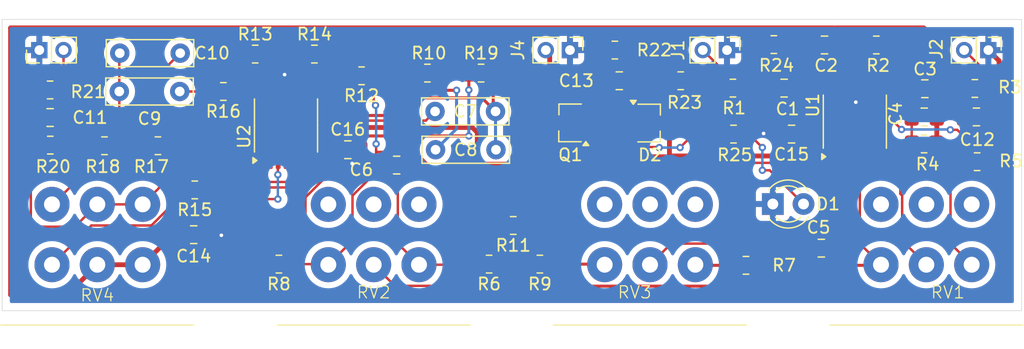
<source format=kicad_pcb>
(kicad_pcb (version 20240108) (generator "pcbnew") (generator_version "8.0")
  (layers (0 "F.Cu" signal) (31 "B.Cu" signal) (34 "B.Paste" user) (35 "F.Paste" user) (36 "B.SilkS" user "B.Silkscreen") (37 "F.SilkS" user "F.Silkscreen") (38 "B.Mask" user) (39 "F.Mask" user) (44 "Edge.Cuts" user))
  (net 0 "")
  (net 1 "Net-(C1-Pad1)")
  (net 2 "Net-(U1D-+)")
  (net 3 "GNDS")
  (net 4 "Net-(U1C-+)")
  (net 5 "Net-(C3-Pad1)")
  (net 6 "Net-(C5-Pad2)")
  (net 7 "Net-(U1A--)")
  (net 8 "Net-(C6-Pad2)")
  (net 9 "Net-(C6-Pad1)")
  (net 10 "Net-(C7-Pad1)")
  (net 11 "Net-(C7-Pad2)")
  (net 12 "Net-(U2A-+)")
  (net 13 "Net-(U2A--)")
  (net 14 "Net-(C10-Pad1)")
  (net 15 "Net-(U2B-+)")
  (net 16 "Net-(J3-Pin_2)")
  (net 17 "Net-(C11-Pad1)")
  (net 18 "Net-(J1-Pin_2)")
  (net 19 "GND")
  (net 20 "Net-(J2-Pin_2)")
  (net 21 "Net-(U1C--)")
  (net 22 "Net-(R5-Pad2)")
  (net 23 "Net-(R6-Pad1)")
  (net 24 "Net-(R7-Pad2)")
  (net 25 "Net-(R12-Pad1)")
  (net 26 "Net-(R9-Pad1)")
  (net 27 "Net-(U1D--)")
  (net 28 "Net-(U2C-+)")
  (net 29 "Net-(R11-Pad2)")
  (net 30 "Net-(U2D--)")
  (net 31 "Net-(U2C--)")
  (net 32 "Net-(R17-Pad2)")
  (net 33 "Net-(R18-Pad2)")
  (net 34 "Net-(U2B--)")
  (net 35 "Net-(U1B--)")
  (net 36 "VS")
  (net 37 "Net-(D1-A)")
  (net 38 "Net-(J4-Pin_2)")
  (net 39 "Net-(D2-A)")
  (footprint "FJD_HPF:Potentiometer_Alpha_RV120F" (layer "F.Cu") (at 143.51 101.6 -90)
    (property "Reference" "RV3")
    (property "Value" "100k Linear \"Treble\"")
  )
  (footprint "Capacitor_SMD:C_0805_2012Metric_Pad1.18x1.45mm_HandSolder" (layer "F.Cu") (at 155.2233 90.7796 180)
    (property "Reference" "C15")
    (property "Value" "dc" (hide yes))
  )
  (footprint "Resistor_SMD:R_0805_2012Metric_Pad1.20x1.40mm_HandSolder" (layer "F.Cu") (at 151.45 101.65 180)
    (property "Reference" "R7")
    (property "Value" "10k" (hide yes))
  )
  (footprint "Resistor_SMD:R_0805_2012Metric_Pad1.20x1.40mm_HandSolder" (layer "F.Cu") (at 98.3836 91.7448)
    (property "Reference" "R18")
    (property "Value" "120k" (hide yes))
  )
  (footprint "Resistor_SMD:R_0805_2012Metric_Pad1.20x1.40mm_HandSolder" (layer "F.Cu") (at 110.85 84.15)
    (property "Reference" "R13")
    (property "Value" "3.3k" (hide yes))
  )
  (footprint "Capacitor_SMD:C_0805_2012Metric_Pad1.18x1.45mm_HandSolder" (layer "F.Cu") (at 157.9439 83.3959)
    (property "Reference" "C2")
    (property "Value" "100p" (hide yes))
  )
  (footprint "Resistor_SMD:R_0805_2012Metric_Pad1.20x1.40mm_HandSolder" (layer "F.Cu") (at 125.095 85.725 180)
    (property "Reference" "R10")
    (property "Value" "3.3k" (hide yes))
  )
  (footprint "Capacitor_SMD:C_0805_2012Metric_Pad1.18x1.45mm_HandSolder" (layer "F.Cu") (at 118.5125 92.075)
    (property "Reference" "C16")
    (property "Value" "dc" (hide yes))
  )
  (footprint "Resistor_SMD:R_0805_2012Metric_Pad1.20x1.40mm_HandSolder" (layer "F.Cu") (at 166.1828 91.5924)
    (property "Reference" "R4")
    (property "Value" "10M" (hide yes))
  )
  (footprint "Resistor_SMD:R_0805_2012Metric_Pad1.20x1.40mm_HandSolder" (layer "F.Cu") (at 108.22 87.249 180)
    (property "Reference" "R16")
    (property "Value" "120k" (hide yes))
  )
  (footprint "FJD_HPF:Potentiometer_Alpha_RV120F" (layer "F.Cu") (at 120.65 101.6 -90)
    (property "Reference" "RV2")
    (property "Value" "100k Linear \"Bass\"")
  )
  (footprint "Capacitor_THT:C_Rect_L7.0mm_W2.0mm_P5.00mm" (layer "F.Cu") (at 99.648 84.074)
    (property "Reference" "C10")
    (property "Value" "82n" (hide yes))
  )
  (footprint "Capacitor_SMD:C_0805_2012Metric_Pad1.18x1.45mm_HandSolder" (layer "F.Cu") (at 166.2469 87.0204 180)
    (property "Reference" "C3")
    (property "Value" "33n" (hide yes))
  )
  (footprint "Resistor_SMD:R_0805_2012Metric_Pad1.20x1.40mm_HandSolder" (layer "F.Cu") (at 130.2 101.55 180)
    (property "Reference" "R6")
    (property "Value" "22k" (hide yes))
  )
  (footprint "Resistor_SMD:R_0805_2012Metric_Pad1.20x1.40mm_HandSolder" (layer "F.Cu") (at 150.368 86.9696)
    (property "Reference" "R1")
    (property "Value" "1k" (hide yes))
  )
  (footprint "Resistor_SMD:R_0805_2012Metric_Pad1.20x1.40mm_HandSolder" (layer "F.Cu") (at 93.901 91.694 180)
    (property "Reference" "R20")
    (property "Value" "51" (hide yes))
  )
  (footprint "Resistor_SMD:R_0805_2012Metric_Pad1.20x1.40mm_HandSolder" (layer "F.Cu") (at 105.8512 95.4024 180)
    (property "Reference" "R15")
    (property "Value" "120k" (hide yes))
  )
  (footprint "Capacitor_THT:C_Rect_L7.0mm_W2.0mm_P5.00mm" (layer "F.Cu") (at 130.73 88.9 180)
    (property "Reference" "C8")
    (property "Value" "82n" (hide yes))
  )
  (footprint "Resistor_SMD:R_0805_2012Metric_Pad1.20x1.40mm_HandSolder" (layer "F.Cu") (at 102.8032 91.7448)
    (property "Reference" "R17")
    (property "Value" "120k" (hide yes))
  )
  (footprint "Connector_PinHeader_2.00mm:PinHeader_1x02_P2.00mm_Vertical" (layer "F.Cu") (at 149.8788 83.82 -90)
    (property "Reference" "J1")
    (property "Value" "Aux Input")
  )
  (footprint "Connector_PinHeader_2.00mm:PinHeader_1x02_P2.00mm_Vertical" (layer "F.Cu") (at 92.996 83.82 90)
    (property "Reference" "J3" (hide yes))
    (property "Value" "Out")
  )
  (footprint "Resistor_SMD:R_0805_2012Metric_Pad1.20x1.40mm_HandSolder" (layer "F.Cu") (at 115.75 84.15)
    (property "Reference" "R14")
    (property "Value" "3.3k" (hide yes))
  )
  (footprint "FJD_HPF:Potentiometer_Alpha_RV120F" (layer "F.Cu") (at 166.37 101.6 -90)
    (property "Reference" "RV1")
    (property "Value" "10k Linear \"Gain\"")
  )
  (footprint "Resistor_SMD:R_0805_2012Metric_Pad1.20x1.40mm_HandSolder" (layer "F.Cu") (at 170.3832 87 180)
    (property "Reference" "R3")
    (property "Value" "1k" (hide yes))
  )
  (footprint "Resistor_SMD:R_0805_2012Metric_Pad1.20x1.40mm_HandSolder" (layer "F.Cu") (at 170.5704 93.0656 180)
    (property "Reference" "R5")
    (property "Value" "1k" (hide yes))
  )
  (footprint "Capacitor_THT:C_Rect_L7.0mm_W2.0mm_P5.00mm" (layer "F.Cu") (at 125.77 92.075)
    (property "Reference" "C7")
    (property "Value" "82n" (hide yes))
  )
  (footprint "Package_SO:TSSOP-14_4.4x5mm_P0.65mm" (layer "F.Cu") (at 113.4 90.0625 90)
    (property "Reference" "U2")
    (property "Value" "OPA1654" (hide yes))
  )
  (footprint "Resistor_SMD:R_0805_2012Metric_Pad1.20x1.40mm_HandSolder" (layer "F.Cu") (at 146.05 86.36)
    (property "Reference" "R23")
    (property "Value" "130k" (hide yes))
  )
  (footprint "Resistor_SMD:R_0805_2012Metric_Pad1.20x1.40mm_HandSolder" (layer "F.Cu") (at 153.7556 83.3628 180)
    (property "Reference" "R24")
    (property "Value" "130k" (hide yes))
  )
  (footprint "Connector_PinHeader_2.00mm:PinHeader_1x02_P2.00mm_Vertical" (layer "F.Cu") (at 171.5 83.82 -90)
    (property "Reference" "J2")
    (property "Value" "Main Input")
  )
  (footprint "Resistor_SMD:R_0805_2012Metric_Pad1.20x1.40mm_HandSolder" (layer "F.Cu") (at 119.65 85.95 180)
    (property "Reference" "R12")
    (property "Value" "3.3k" (hide yes))
  )
  (footprint "Resistor_SMD:R_0805_2012Metric_Pad1.20x1.40mm_HandSolder" (layer "F.Cu") (at 132.1976 98.3488 180)
    (property "Reference" "R11")
    (property "Value" "22k" (hide yes))
  )
  (footprint "Capacitor_SMD:C_0805_2012Metric_Pad1.18x1.45mm_HandSolder" (layer "F.Cu") (at 157.6832 100.2284 180)
    (property "Reference" "C5")
    (property "Value" "2.2n" (hide yes))
  )
  (footprint "Capacitor_THT:C_Rect_L7.0mm_W2.0mm_P5.00mm" (layer "F.Cu") (at 104.608 87.249 180)
    (property "Reference" "C9")
    (property "Value" "82n" (hide yes))
  )
  (footprint "Resistor_SMD:R_0805_2012Metric_Pad1.20x1.40mm_HandSolder" (layer "F.Cu") (at 112.8108 101.55 180)
    (property "Reference" "R8")
    (property "Value" "22k" (hide yes))
  )
  (footprint "Package_SO:TSSOP-14_4.4x5mm_P0.65mm" (layer "F.Cu") (at 160.4564 89.7459 90)
    (property "Reference" "U1")
    (property "Value" "OPA1654" (hide yes))
  )
  (footprint "Capacitor_SMD:C_0805_2012Metric_Pad1.18x1.45mm_HandSolder" (layer "F.Cu") (at 140.97 86.36 180)
    (property "Reference" "C13")
    (property "Value" "dc" (hide yes))
  )
  (footprint "Resistor_SMD:R_0805_2012Metric_Pad1.20x1.40mm_HandSolder" (layer "F.Cu") (at 93.885 87.122)
    (property "Reference" "R21")
    (property "Value" "100k" (hide yes))
  )
  (footprint "Package_TO_SOT_SMD:TSOT-23_HandSoldering" (layer "F.Cu") (at 136.9232 89.85 180)
    (property "Reference" "Q1")
    (property "Value" "DMP4065S-7" (hide yes))
  )
  (footprint "Connector_PinHeader_2.00mm:PinHeader_1x02_P2.00mm_Vertical" (layer "F.Cu") (at 136.89 83.82 -90)
    (property "Reference" "J4")
    (property "Value" "Power Input")
  )
  (footprint "LED_THT:LED_D3.0mm" (layer "F.Cu") (at 153.67 96.5708)
    (property "Reference" "D1")
    (property "Value" "LED" (hide yes))
  )
  (footprint "Capacitor_SMD:C_0805_2012Metric_Pad1.18x1.45mm_HandSolder" (layer "F.Cu") (at 93.885 89.408)
    (property "Reference" "C11")
    (property "Value" "10u" (hide yes))
  )
  (footprint "Capacitor_SMD:C_0805_2012Metric_Pad1.18x1.45mm_HandSolder" (layer "F.Cu") (at 105.7656 99.1108)
    (property "Reference" "C14")
    (property "Value" "dc" (hide yes))
  )
  (footprint "Resistor_SMD:R_0805_2012Metric_Pad1.20x1.40mm_HandSolder" (layer "F.Cu") (at 162.2314 83.3959)
    (property "Reference" "R2")
    (property "Value" "10M" (hide yes))
  )
  (footprint "Capacitor_SMD:C_0805_2012Metric_Pad1.18x1.45mm_HandSolder" (layer "F.Cu") (at 170.5141 89.3572)
    (property "Reference" "C12")
    (property "Value" "dc" (hide yes))
  )
  (footprint "Capacitor_SMD:C_0805_2012Metric_Pad1.18x1.45mm_HandSolder" (layer "F.Cu") (at 154.6059 86.9696)
    (property "Reference" "C1")
    (property "Value" "33n" (hide yes))
  )
  (footprint "Resistor_SMD:R_0805_2012Metric_Pad1.20x1.40mm_HandSolder" (layer "F.Cu") (at 140.605 83.82 180)
    (property "Reference" "R22")
    (property "Value" "130k" (hide yes))
  )
  (footprint "Capacitor_SMD:C_0805_2012Metric_Pad1.18x1.45mm_HandSolder" (layer "F.Cu") (at 122.555 93.345 180)
    (property "Reference" "C6")
    (property "Value" "47n" (hide yes))
  )
  (footprint "FJD_HPF:Potentiometer_Alpha_RV122F" (layer "F.Cu") (at 97.79 101.6 -90)
    (property "Reference" "RV4")
    (property "Value" "100k Audio \"HPF\"")
  )
  (footprint "Resistor_SMD:R_0805_2012Metric_Pad1.20x1.40mm_HandSolder" (layer "F.Cu") (at 134.4 101.55 180)
    (property "Reference" "R9")
    (property "Value" "10k" (hide yes))
  )
  (footprint "Capacitor_SMD:C_0805_2012Metric_Pad1.18x1.45mm_HandSolder" (layer "F.Cu") (at 166.1961 89.3572)
    (property "Reference" "C4")
    (property "Value" "100p" (hide yes))
  )
  (footprint "Resistor_SMD:R_0805_2012Metric_Pad1.20x1.40mm_HandSolder" (layer "F.Cu") (at 150.4188 90.7796)
    (property "Reference" "R25")
    (property "Value" "10k" (hide yes))
  )
  (footprint "Resistor_SMD:R_0805_2012Metric_Pad1.20x1.40mm_HandSolder" (layer "F.Cu") (at 129.54 85.725 180)
    (property "Reference" "R19")
    (property "Value" "130k" (hide yes))
  )
  (footprint "Package_TO_SOT_SMD:TSOT-23_HandSoldering" (layer "F.Cu") (at 143.4084 89.8652)
    (property "Reference" "D2")
    (property "Value" "BX84C4V3-G3-08 4.3 V" (hide yes))
  )
  (gr_rect (start 89.916 81.28) (end 174.244 105.41) (stroke (width 0.05)) (fill none) (layer "Edge.Cuts"))
  (segment (start 151.368 86.9696) (end 153.5684 86.9696) (width 0.2) (layer "F.Cu") (net 1))
  (segment (start 159.8064 86.8834) (end 159.8064 84.8209) (width 0.25) (layer "F.Cu") (net 2))
  (segment (start 155.6434 86.9696) (end 155.6434 84.6589) (width 0.2) (layer "F.Cu") (net 2))
  (segment (start 158.3314 84.8209) (end 159.8064 84.8209) (width 0.25) (layer "F.Cu") (net 2))
  (segment (start 159.8064 84.8209) (end 161.2314 83.3959) (width 0.25) (layer "F.Cu") (net 2))
  (segment (start 156.9064 83.3959) (end 158.3314 84.8209) (width 0.25) (layer "F.Cu") (net 2))
  (segment (start 155.6434 84.6589) (end 156.9064 83.3959) (width 0.2) (layer "F.Cu") (net 2))
  (segment (start 167.2336 89.3572) (end 167.2336 91.5416) (width 0.4) (layer "F.Cu") (net 3))
  (segment (start 166.1969 82.0213) (end 166.1556 81.98) (width 0.4) (layer "F.Cu") (net 3))
  (segment (start 95.3008 104.0892) (end 97.79 101.6) (width 0.4) (layer "F.Cu") (net 3))
  (segment (start 111.265256 85.15) (end 110.75 84.634744) (width 0.2) (layer "F.Cu") (net 3))
  (segment (start 166.1969 88.3205) (end 166.1969 82.0213) (width 0.4) (layer "F.Cu") (net 3))
  (segment (start 158.9814 82.0194) (end 158.9814 83.3959) (width 0.4) (layer "F.Cu") (net 3))
  (segment (start 145.8976 85.2076) (end 147.05 86.36) (width 0.4) (layer "F.Cu") (net 3))
  (segment (start 142.9004 85.4671) (end 142.0075 86.36) (width 0.4) (layer "F.Cu") (net 3))
  (segment (start 154.7556 82.2132) (end 154.7556 83.3628) (width 0.4) (layer "F.Cu") (net 3))
  (segment (start 158.9532 81.9912) (end 158.9814 82.0194) (width 0.4) (layer "F.Cu") (net 3))
  (segment (start 164.278041 92.6084) (end 166.1668 92.6084) (width 0.2) (layer "F.Cu") (net 3))
  (segment (start 163.2204 81.98) (end 158.9644 81.98) (width 0.4) (layer "F.Cu") (net 3))
  (segment (start 163.2314 81.991) (end 163.2314 83.3959) (width 0.4) (layer "F.Cu") (net 3))
  (segment (start 167.2336 89.3572) (end 169.4766 89.3572) (width 0.4) (layer "F.Cu") (net 3))
  (segment (start 159.8064 93.264356) (end 160.187944 93.6459) (width 0.2) (layer "F.Cu") (net 3))
  (segment (start 145.8976 81.98) (end 142.9004 81.98) (width 0.4) (layer "F.Cu") (net 3))
  (segment (start 142.9004 81.9912) (end 142.9004 85.4671) (width 0.4) (layer "F.Cu") (net 3))
  (segment (start 110.6424 81.98) (end 90.6272 81.98) (width 0.4) (layer "F.Cu") (net 3))
  (segment (start 110.75 82.0876) (end 110.6424 81.98) (width 0.2) (layer "F.Cu") (net 3))
  (segment (start 158.6484 81.9912) (end 158.6372 81.98) (width 0.4) (layer "F.Cu") (net 3))
  (segment (start 110.75 84.634744) (end 110.75 82.0876) (width 0.2) (layer "F.Cu") (net 3))
  (segment (start 161.1064 92.6084) (end 161.1064 91.870901) (width 0.2) (layer "F.Cu") (net 3))
  (segment (start 90.616 104.0892) (end 95.3008 104.0892) (width 0.4) (layer "F.Cu") (net 3))
  (segment (start 97.79 101.6) (end 101.54 101.6) (width 0.4) (layer "F.Cu") (net 3))
  (segment (start 158.9644 81.98) (end 158.9532 81.9912) (width 0.4) (layer "F.Cu") (net 3))
  (segment (start 112.75 87.2) (end 112.75 86.2324) (width 0.2) (layer "F.Cu") (net 3))
  (segment (start 163.2204 81.98) (end 163.2314 81.991) (width 0.4) (layer "F.Cu") (net 3))
  (segment (start 161.806401 91.1709) (end 162.840541 91.1709) (width 0.2) (layer "F.Cu") (net 3))
  (segment (start 158.9532 81.9912) (end 158.6484 81.9912) (width 0.4) (layer "F.Cu") (net 3))
  (segment (start 101.54 101.6) (end 104.0292 99.1108) (width 0.4) (layer "F.Cu") (net 3))
  (segment (start 167.2336 91.5416) (end 167.1828 91.5924) (width 0.4) (layer "F.Cu") (net 3))
  (segment (start 160.806399 93.6459) (end 161.1064 93.345899) (width 0.2) (layer "F.Cu") (net 3))
  (segment (start 158.6372 81.98) (end 154.7368 81.98) (width 0.4) (layer "F.Cu") (net 3))
  (segment (start 142.9004 81.98) (end 142.9004 81.9912) (width 0.4) (layer "F.Cu") (net 3))
  (segment (start 90.6272 81.98) (end 90.616 81.9912) (width 0.4) (layer "F.Cu") (net 3))
  (segment (start 111.6676 85.15) (end 111.265256 85.15) (width 0.2) (layer "F.Cu") (net 3))
  (segment (start 166.1668 92.6084) (end 167.1828 91.5924) (width 0.2) (layer "F.Cu") (net 3))
  (segment (start 162.840541 91.1709) (end 164.278041 92.6084) (width 0.2) (layer "F.Cu") (net 3))
  (segment (start 145.8976 81.98) (end 145.8976 85.2076) (width 0.4) (layer "F.Cu") (net 3))
  (segment (start 161.1064 93.345899) (end 161.1064 92.6084) (width 0.2) (layer "F.Cu") (net 3))
  (segment (start 154.7368 81.98) (end 154.7368 82.1944) (width 0.4) (layer "F.Cu") (net 3))
  (segment (start 104.7281 99.1108) (end 104.7281 95.5255) (width 0.4) (layer "F.Cu") (net 3))
  (segment (start 154.7368 82.1944) (end 154.7556 82.2132) (width 0.4) (layer "F.Cu") (net 3))
  (segment (start 142.8892 81.98) (end 110.6424 81.98) (width 0.4) (layer "F.Cu") (net 3))
  (segment (start 104.7281 95.5255) (end 104.8512 95.4024) (width 0.4) (layer "F.Cu") (net 3))
  (segment (start 142.9004 81.9912) (end 142.8892 81.98) (width 0.4) (layer "F.Cu") (net 3))
  (segment (start 104.0292 99.1108) (end 104.7281 99.1108) (width 0.4) (layer "F.Cu") (net 3))
  (segment (start 159.8064 92.6084) (end 159.8064 93.264356) (width 0.2) (layer "F.Cu") (net 3))
  (segment (start 90.616 81.9912) (end 90.616 104.0892) (width 0.4) (layer "F.Cu") (net 3))
  (segment (start 167.2336 89.3572) (end 166.1969 88.3205) (width 0.4) (layer "F.Cu") (net 3))
  (segment (start 154.7368 81.98) (end 145.8976 81.98) (width 0.4) (layer "F.Cu") (net 3))
  (segment (start 166.1556 81.98) (end 163.2204 81.98) (width 0.4) (layer "F.Cu") (net 3))
  (segment (start 161.1064 91.870901) (end 161.806401 91.1709) (width 0.2) (layer "F.Cu") (net 3))
  (segment (start 112.75 86.2324) (end 111.6676 85.15) (width 0.2) (layer "F.Cu") (net 3))
  (segment (start 160.187944 93.6459) (end 160.806399 93.6459) (width 0.2) (layer "F.Cu") (net 3))
  (segment (start 161.1064 86.8834) (end 161.1064 86.145901) (width 0.2) (layer "F.Cu") (net 4))
  (segment (start 165.2094 87.0204) (end 165.2094 89.3064) (width 0.2) (layer "F.Cu") (net 4))
  (segment (start 161.1064 86.145901) (end 161.406401 85.8459) (width 0.2) (layer "F.Cu") (net 4))
  (segment (start 165.1586 91.5682) (end 165.1828 91.5924) (width 0.2) (layer "F.Cu") (net 4))
  (segment (start 161.406401 85.8459) (end 164.0349 85.8459) (width 0.2) (layer "F.Cu") (net 4))
  (segment (start 164.0349 85.8459) (end 165.2094 87.0204) (width 0.2) (layer "F.Cu") (net 4))
  (segment (start 165.2094 89.3064) (end 165.1586 89.3572) (width 0.2) (layer "F.Cu") (net 4))
  (segment (start 165.1586 89.3572) (end 165.1586 91.5682) (width 0.2) (layer "F.Cu") (net 4))
  (segment (start 169.3628 87.0204) (end 169.3832 87) (width 0.2) (layer "F.Cu") (net 5))
  (segment (start 167.2844 87.0204) (end 169.3628 87.0204) (width 0.2) (layer "F.Cu") (net 5))
  (segment (start 156.2673 99.85) (end 156.6457 100.2284) (width 0.2) (layer "F.Cu") (net 6))
  (segment (start 143.51 101.6) (end 145.26 99.85) (width 0.2) (layer "F.Cu") (net 6))
  (segment (start 145.26 99.85) (end 156.2673 99.85) (width 0.2) (layer "F.Cu") (net 6))
  (segment (start 158.7207 99.2925) (end 158.7207 100.2284) (width 0.2) (layer "F.Cu") (net 7))
  (segment (start 158.75 99.0092) (end 158.75 99.2632) (width 0.2) (layer "F.Cu") (net 7))
  (segment (start 133.1976 98.3488) (end 133.858 99.0092) (width 0.2) (layer "F.Cu") (net 7))
  (segment (start 158.75 99.0092) (end 159.1564 98.6028) (width 0.2) (layer "F.Cu") (net 7))
  (segment (start 158.75 99.2632) (end 158.7207 99.2925) (width 0.2) (layer "F.Cu") (net 7))
  (segment (start 133.858 99.0092) (end 158.75 99.0092) (width 0.2) (layer "F.Cu") (net 7))
  (segment (start 159.1564 98.6028) (end 159.1564 92.6084) (width 0.2) (layer "F.Cu") (net 7))
  (segment (start 113.8108 101.55) (end 116.85 101.55) (width 0.2) (layer "F.Cu") (net 8))
  (segment (start 118.9 95.875126) (end 121.430126 93.345) (width 0.2) (layer "F.Cu") (net 8))
  (segment (start 118.9 99.6) (end 118.9 95.875126) (width 0.2) (layer "F.Cu") (net 8))
  (segment (start 121.430126 93.345) (end 121.5175 93.345) (width 0.2) (layer "F.Cu") (net 8))
  (segment (start 116.9 101.6) (end 118.9 99.6) (width 0.2) (layer "F.Cu") (net 8))
  (segment (start 116.85 101.55) (end 116.9 101.6) (width 0.2) (layer "F.Cu") (net 8))
  (segment (start 122.65 99.85) (end 122.65 94.2875) (width 0.2) (layer "F.Cu") (net 9))
  (segment (start 122.65 94.2875) (end 123.5925 93.345) (width 0.2) (layer "F.Cu") (net 9))
  (segment (start 124.4 101.6) (end 122.65 99.85) (width 0.2) (layer "F.Cu") (net 9))
  (segment (start 129.15 101.6) (end 129.2 101.55) (width 0.2) (layer "F.Cu") (net 9))
  (segment (start 124.4 101.6) (end 129.15 101.6) (width 0.2) (layer "F.Cu") (net 9))
  (segment (start 116.75 84.15) (end 116.75 85.8) (width 0.25) (layer "F.Cu") (net 10))
  (segment (start 116.75 84.15) (end 116.895 84.005) (width 0.25) (layer "F.Cu") (net 10))
  (segment (start 123.9951 84.005) (end 125.02 85.0299) (width 0.25) (layer "F.Cu") (net 10))
  (segment (start 125.02 85.0299) (end 125.02 86.2701) (width 0.25) (layer "F.Cu") (net 10))
  (segment (start 125.02 86.2701) (end 125.8999 87.15) (width 0.25) (layer "F.Cu") (net 10))
  (segment (start 116.75 85.8) (end 115.35 87.2) (width 0.25) (layer "F.Cu") (net 10))
  (segment (start 125.8999 87.15) (end 127.508 87.15) (width 0.25) (layer "F.Cu") (net 10))
  (segment (start 116.895 84.005) (end 123.9951 84.005) (width 0.25) (layer "F.Cu") (net 10))
  (via (at 127.508 87.15) (size 0.6) (drill 0.3) (layers "F.Cu" "B.Cu") (net 10))
  (segment (start 127.508 90.337) (end 125.77 92.075) (width 0.25) (layer "B.Cu") (net 10))
  (segment (start 127.508 87.15) (end 127.508 90.337) (width 0.25) (layer "B.Cu") (net 10))
  (segment (start 130.54 85.725) (end 130.54 88.71) (width 0.25) (layer "F.Cu") (net 11))
  (segment (start 130.54 88.71) (end 130.73 88.9) (width 0.25) (layer "F.Cu") (net 11))
  (segment (start 129.605 87.775) (end 124.7028 87.775) (width 0.25) (layer "F.Cu") (net 11))
  (segment (start 124.7028 87.775) (end 123.2408 89.237) (width 0.25) (layer "F.Cu") (net 11))
  (segment (start 111.208 89.237) (end 109.22 87.249) (width 0.25) (layer "F.Cu") (net 11))
  (segment (start 130.73 88.9) (end 129.605 87.775) (width 0.25) (layer "F.Cu") (net 11))
  (segment (start 123.2408 89.237) (end 111.208 89.237) (width 0.25) (layer "F.Cu") (net 11))
  (segment (start 130.73 88.9) (end 130.73 92.035) (width 0.25) (layer "B.Cu") (net 11))
  (segment (start 130.73 92.035) (end 130.77 92.075) (width 0.25) (layer "B.Cu") (net 11))
  (segment (start 106.8512 95.4024) (end 107.6132 96.1644) (width 0.2) (layer "F.Cu") (net 12))
  (segment (start 112.7252 94.142) (end 112.7252 92.9498) (width 0.2) (layer "F.Cu") (net 12))
  (segment (start 112.75 92.925) (end 112.75 92.187501) (width 0.2) (layer "F.Cu") (net 12))
  (segment (start 115.275501 89.662) (end 124.968 89.662) (width 0.2) (layer "F.Cu") (net 12))
  (segment (start 112.75 92.187501) (end 115.275501 89.662) (width 0.2) (layer "F.Cu") (net 12))
  (segment (start 124.968 89.662) (end 125.73 88.9) (width 0.2) (layer "F.Cu") (net 12))
  (segment (start 107.6132 96.1644) (end 112.7252 96.1644) (width 0.2) (layer "F.Cu") (net 12))
  (segment (start 112.7252 92.9498) (end 112.75 92.925) (width 0.2) (layer "F.Cu") (net 12))
  (via (at 112.7252 96.1644) (size 0.6) (drill 0.3) (layers "F.Cu" "B.Cu") (net 12))
  (via (at 112.7252 94.142) (size 0.6) (drill 0.3) (layers "F.Cu" "B.Cu") (net 12))
  (segment (start 112.7252 96.1644) (end 112.7252 94.142) (width 0.2) (layer "B.Cu") (net 12))
  (segment (start 104.608 87.249) (end 107.22 87.249) (width 0.2) (layer "F.Cu") (net 13))
  (segment (start 107.22 87.249) (end 107.22 89.059) (width 0.2) (layer "F.Cu") (net 13))
  (segment (start 107.22 89.059) (end 111.086 92.925) (width 0.2) (layer "F.Cu") (net 13))
  (segment (start 111.45 92.925) (end 111.633 92.925) (width 0.25) (layer "F.Cu") (net 13))
  (segment (start 111.086 92.925) (end 111.633 92.925) (width 0.2) (layer "F.Cu") (net 13))
  (segment (start 111.633 92.925) (end 112.1 92.925) (width 0.25) (layer "F.Cu") (net 13))
  (segment (start 99.608 87.249) (end 99.608 84.114) (width 0.2) (layer "F.Cu") (net 14))
  (segment (start 99.608 89.5204) (end 97.3836 91.7448) (width 0.2) (layer "F.Cu") (net 14))
  (segment (start 99.608 84.114) (end 99.648 84.074) (width 0.2) (layer "F.Cu") (net 14))
  (segment (start 99.608 87.249) (end 99.608 89.5204) (width 0.2) (layer "F.Cu") (net 14))
  (segment (start 113.5888 94.742) (end 113.9952 94.3356) (width 0.2) (layer "F.Cu") (net 15))
  (segment (start 111.8616 94.742) (end 113.5888 94.742) (width 0.2) (layer "F.Cu") (net 15))
  (segment (start 106.5276 89.408) (end 111.8616 94.742) (width 0.2) (layer "F.Cu") (net 15))
  (segment (start 104.648 84.074) (end 101.8032 86.9188) (width 0.2) (layer "F.Cu") (net 15))
  (segment (start 113.9952 94.0816) (end 114.05 94.0268) (width 0.2) (layer "F.Cu") (net 15))
  (segment (start 101.8032 86.9188) (end 101.8032 91.7448) (width 0.2) (layer "F.Cu") (net 15))
  (segment (start 101.8032 90.1192) (end 102.5144 89.408) (width 0.2) (layer "F.Cu") (net 15))
  (segment (start 102.5144 89.408) (end 106.5276 89.408) (width 0.2) (layer "F.Cu") (net 15))
  (segment (start 101.8032 91.7448) (end 101.8032 90.1192) (width 0.2) (layer "F.Cu") (net 15))
  (segment (start 113.9952 94.3356) (end 113.9952 94.0816) (width 0.2) (layer "F.Cu") (net 15))
  (segment (start 114.05 94.0268) (end 114.05 92.925) (width 0.2) (layer "F.Cu") (net 15))
  (segment (start 94.996 87.011) (end 94.885 87.122) (width 0.2) (layer "F.Cu") (net 16))
  (segment (start 94.996 83.82) (end 94.996 87.011) (width 0.2) (layer "F.Cu") (net 16))
  (segment (start 94.9225 87.1595) (end 94.885 87.122) (width 0.2) (layer "F.Cu") (net 16))
  (segment (start 94.9225 89.408) (end 94.9225 87.1595) (width 0.2) (layer "F.Cu") (net 16))
  (segment (start 92.901 89.4615) (end 92.8475 89.408) (width 0.2) (layer "F.Cu") (net 17))
  (segment (start 92.901 91.694) (end 92.901 89.4615) (width 0.2) (layer "F.Cu") (net 17))
  (segment (start 149.3172 85.2584) (end 149.3172 86.3092) (width 0.2) (layer "F.Cu") (net 18))
  (segment (start 147.8788 83.82) (end 149.3172 85.2584) (width 0.2) (layer "F.Cu") (net 18))
  (segment (start 154.1858 90.7796) (end 152.9588 90.7796) (width 0.2) (layer "F.Cu") (net 19))
  (segment (start 113.4 87.2) (end 113.4 85.968) (width 0.2) (layer "F.Cu") (net 19))
  (segment (start 152.2984 83.82) (end 152.7556 83.3628) (width 0.2) (layer "F.Cu") (net 19))
  (segment (start 172.3832 88.5256) (end 172.3832 84.7032) (width 0.4) (layer "F.Cu") (net 19))
  (segment (start 136.89 83.82) (end 139.605 83.82) (width 0.4) (layer "F.Cu") (net 19))
  (segment (start 119.55 92.54) (end 118.872 93.218) (width 0.2) (layer "F.Cu") (net 19))
  (segment (start 172.3832 84.7032) (end 171.5 83.82) (width 0.4) (layer "F.Cu") (net 19))
  (segment (start 108.0008 99.1108) (end 108.0516 99.1616) (width 0.4) (layer "F.Cu") (net 19))
  (segment (start 119.55 92.075) (end 119.55 92.54) (width 0.2) (layer "F.Cu") (net 19))
  (segment (start 160.4564 86.8834) (end 160.4564 88.0529) (width 0.2) (layer "F.Cu") (net 19))
  (segment (start 92.996 87.011) (end 92.885 87.122) (width 0.2) (layer "F.Cu") (net 19))
  (segment (start 149.8788 83.82) (end 152.2984 83.82) (width 0.2) (layer "F.Cu") (net 19))
  (segment (start 106.8031 99.1108) (end 108.0008 99.1108) (width 0.4) (layer "F.Cu") (net 19))
  (segment (start 171.5516 89.3572) (end 172.3832 88.5256) (width 0.4) (layer "F.Cu") (net 19))
  (segment (start 160.4564 88.0529) (end 160.5374 88.1339) (width 0.2) (layer "F.Cu") (net 19))
  (segment (start 139.9325 84.1475) (end 139.605 83.82) (width 0.4) (layer "F.Cu") (net 19))
  (segment (start 113.4 85.968) (end 113.284 85.852) (width 0.2) (layer "F.Cu") (net 19))
  (segment (start 139.9325 86.36) (end 139.9325 84.1475) (width 0.4) (layer "F.Cu") (net 19))
  (segment (start 152.9588 90.7796) (end 152.908 90.7288) (width 0.2) (layer "F.Cu") (net 19))
  (segment (start 92.996 83.82) (end 92.996 87.011) (width 0.2) (layer "F.Cu") (net 19))
  (via (at 118.872 93.218) (size 0.6) (drill 0.3) (layers "F.Cu" "B.Cu") (net 19))
  (via (at 108.0516 99.1616) (size 0.6) (drill 0.3) (layers "F.Cu" "B.Cu") (net 19))
  (via (at 160.5374 88.1339) (size 0.6) (drill 0.3) (layers "F.Cu" "B.Cu") (net 19))
  (via (at 113.284 85.852) (size 0.6) (drill 0.3) (layers "F.Cu" "B.Cu") (net 19))
  (via (at 152.908 90.7288) (size 0.6) (drill 0.3) (layers "F.Cu" "B.Cu") (net 19))
  (segment (start 171.3832 87) (end 171.3832 85.7032) (width 0.2) (layer "F.Cu") (net 20))
  (segment (start 171.3832 85.7032) (end 169.5 83.82) (width 0.2) (layer "F.Cu") (net 20))
  (segment (start 168.9288 90.424) (end 171.5704 93.0656) (width 0.2) (layer "F.Cu") (net 21))
  (segment (start 162.4064 86.8834) (end 161.7564 86.8834) (width 0.2) (layer "F.Cu") (net 21))
  (segment (start 168.3512 90.424) (end 168.9288 90.424) (width 0.2) (layer "F.Cu") (net 21))
  (segment (start 162.4064 86.8834) (end 162.4064 88.482616) (width 0.2) (layer "F.Cu") (net 21))
  (segment (start 162.4064 88.482616) (end 164.318078 90.394294) (width 0.2) (layer "F.Cu") (net 21))
  (via (at 168.3512 90.424) (size 0.6) (drill 0.3) (layers "F.Cu" "B.Cu") (net 21))
  (via (at 164.318078 90.394294) (size 0.6) (drill 0.3) (layers "F.Cu" "B.Cu") (net 21))
  (segment (start 168.321494 90.394294) (end 168.3512 90.424) (width 0.2) (layer "B.Cu") (net 21))
  (segment (start 164.318078 90.394294) (end 168.321494 90.394294) (width 0.2) (layer "B.Cu") (net 21))
  (segment (start 168.37 94.266) (end 168.37 99.85) (width 0.2) (layer "F.Cu") (net 22))
  (segment (start 168.37 99.85) (end 170.12 101.6) (width 0.2) (layer "F.Cu") (net 22))
  (segment (start 169.5704 93.0656) (end 168.37 94.266) (width 0.2) (layer "F.Cu") (net 22))
  (segment (start 150.725 103.375) (end 152.45 101.65) (width 0.25) (layer "F.Cu") (net 23))
  (segment (start 152.45 101.65) (end 162.57 101.65) (width 0.25) (layer "F.Cu") (net 23))
  (segment (start 131.2 101.55) (end 133.025 103.375) (width 0.25) (layer "F.Cu") (net 23))
  (segment (start 162.4064 93.345899) (end 160.87 94.882299) (width 0.2) (layer "F.Cu") (net 23))
  (segment (start 160.87 99.85) (end 162.62 101.6) (width 0.2) (layer "F.Cu") (net 23))
  (segment (start 162.57 101.65) (end 162.62 101.6) (width 0.25) (layer "F.Cu") (net 23))
  (segment (start 160.87 94.882299) (end 160.87 99.85) (width 0.2) (layer "F.Cu") (net 23))
  (segment (start 133.025 103.375) (end 150.725 103.375) (width 0.25) (layer "F.Cu") (net 23))
  (segment (start 162.4064 92.6084) (end 162.4064 93.345899) (width 0.2) (layer "F.Cu") (net 23))
  (segment (start 146.04 101.65) (end 145.99 101.6) (width 0.25) (layer "F.Cu") (net 24))
  (segment (start 150.45 101.65) (end 146.04 101.65) (width 0.25) (layer "F.Cu") (net 24))
  (segment (start 120.8532 92.412056) (end 120.8532 92.3544) (width 0.2) (layer "F.Cu") (net 25))
  (segment (start 120.8024 88.392) (end 120.65 88.2396) (width 0.2) (layer "F.Cu") (net 25))
  (segment (start 133.4 101.55) (end 132.15 100.3) (width 0.2) (layer "F.Cu") (net 25))
  (segment (start 158.5064 92.6084) (end 157.9556 93.1592) (width 0.2) (layer "F.Cu") (net 25))
  (segment (start 115.0108 96.014326) (end 116.925206 94.09992) (width 0.2) (layer "F.Cu") (net 25))
  (segment (start 135.154344 93.1592) (end 132.149144 96.1644) (width 0.2) (layer "F.Cu") (net 25))
  (segment (start 116.925206 94.09992) (end 119.165336 94.09992) (width 0.2) (layer "F.Cu") (net 25))
  (segment (start 120.9548 92.2528) (end 120.8532 92.3544) (width 0.2) (layer "F.Cu") (net 25))
  (segment (start 132.15 100.3) (end 132.15 96.165256) (width 0.2) (layer "F.Cu") (net 25))
  (segment (start 120.8532 92.3544) (end 120.8532 91.5924) (width 0.2) (layer "F.Cu") (net 25))
  (segment (start 120.65 88.2396) (end 120.65 85.95) (width 0.2) (layer "F.Cu") (net 25))
  (segment (start 124.097544 92.2528) (end 120.9548 92.2528) (width 0.2) (layer "F.Cu") (net 25))
  (segment (start 127.694744 95.85) (end 124.097544 92.2528) (width 0.2) (layer "F.Cu") (net 25))
  (segment (start 111.8108 101.55) (end 115.0108 98.35) (width 0.2) (layer "F.Cu") (net 25))
  (segment (start 131.834744 95.85) (end 127.694744 95.85) (width 0.2) (layer "F.Cu") (net 25))
  (segment (start 115.0108 98.35) (end 115.0108 96.014326) (width 0.2) (layer "F.Cu") (net 25))
  (segment (start 132.15 96.165256) (end 132.149144 96.1644) (width 0.2) (layer "F.Cu") (net 25))
  (segment (start 132.149144 96.1644) (end 131.834744 95.85) (width 0.2) (layer "F.Cu") (net 25))
  (segment (start 157.9556 93.1592) (end 135.154344 93.1592) (width 0.2) (layer "F.Cu") (net 25))
  (segment (start 119.165336 94.09992) (end 120.8532 92.412056) (width 0.2) (layer "F.Cu") (net 25))
  (via (at 120.8024 88.392) (size 0.6) (drill 0.3) (layers "F.Cu" "B.Cu") (net 25))
  (via (at 120.8532 91.5924) (size 0.6) (drill 0.3) (layers "F.Cu" "B.Cu") (net 25))
  (segment (start 120.8532 91.5924) (end 120.8532 88.4428) (width 0.2) (layer "B.Cu") (net 25))
  (segment (start 120.8532 88.4428) (end 120.8024 88.392) (width 0.2) (layer "B.Cu") (net 25))
  (segment (start 135.4 101.55) (end 138.44 101.55) (width 0.25) (layer "F.Cu") (net 26))
  (segment (start 138.44 101.55) (end 138.49 101.6) (width 0.25) (layer "F.Cu") (net 26))
  (segment (start 127.095 84.725) (end 131.1562 84.725) (width 0.2) (layer "F.Cu") (net 27))
  (segment (start 159.1564 86.8834) (end 158.5064 86.8834) (width 0.2) (layer "F.Cu") (net 27))
  (segment (start 149.507971 88.382429) (end 157.007371 88.382429) (width 0.2) (layer "F.Cu") (net 27))
  (segment (start 144.2212 91.8464) (end 144.272 91.8972) (width 0.2) (layer "F.Cu") (net 27))
  (segment (start 126.095 85.725) (end 127.095 84.725) (width 0.2) (layer "F.Cu") (net 27))
  (segment (start 157.007371 88.382429) (end 158.5064 86.8834) (width 0.2) (layer "F.Cu") (net 27))
  (segment (start 131.1562 84.725) (end 133.35 86.9188) (width 0.2) (layer "F.Cu") (net 27))
  (segment (start 145.9992 91.8912) (end 149.507971 88.382429) (width 0.2) (layer "F.Cu") (net 27))
  (segment (start 133.35 86.9188) (end 133.35 91.8464) (width 0.2) (layer "F.Cu") (net 27))
  (segment (start 133.35 91.8464) (end 144.2212 91.8464) (width 0.2) (layer "F.Cu") (net 27))
  (via (at 145.9992 91.8912) (size 0.6) (drill 0.3) (layers "F.Cu" "B.Cu") (net 27))
  (via (at 144.272 91.8972) (size 0.6) (drill 0.3) (layers "F.Cu" "B.Cu") (net 27))
  (segment (start 144.272 91.8972) (end 145.9932 91.8972) (width 0.2) (layer "B.Cu") (net 27))
  (segment (start 145.9932 91.8972) (end 145.9992 91.8912) (width 0.2) (layer "B.Cu") (net 27))
  (segment (start 116.3375 88.2625) (end 118.65 85.95) (width 0.25) (layer "F.Cu") (net 28))
  (segment (start 123.19 84.455) (end 120.145 84.455) (width 0.25) (layer "F.Cu") (net 28))
  (segment (start 124.095 85.725) (end 124.095 85.36) (width 0.25) (layer "F.Cu") (net 28))
  (segment (start 114.05 87.891312) (end 114.421188 88.2625) (width 0.25) (layer "F.Cu") (net 28))
  (segment (start 114.421188 88.2625) (end 116.3375 88.2625) (width 0.25) (layer "F.Cu") (net 28))
  (segment (start 120.145 84.455) (end 118.65 85.95) (width 0.25) (layer "F.Cu") (net 28))
  (segment (start 114.05 87.2) (end 114.05 87.891312) (width 0.25) (layer "F.Cu") (net 28))
  (segment (start 124.095 85.36) (end 123.19 84.455) (width 0.25) (layer "F.Cu") (net 28))
  (segment (start 122.4 103.35) (end 128.984744 103.35) (width 0.2) (layer "F.Cu") (net 29))
  (segment (start 131.1976 98.3488) (end 130.8112 98.3488) (width 0.2) (layer "F.Cu") (net 29))
  (segment (start 128.984744 103.35) (end 130.1 102.234744) (width 0.2) (layer "F.Cu") (net 29))
  (segment (start 120.65 101.6) (end 122.4 103.35) (width 0.2) (layer "F.Cu") (net 29))
  (segment (start 130.8112 98.3488) (end 130.1 99.06) (width 0.2) (layer "F.Cu") (net 29))
  (segment (start 130.1 102.234744) (end 130.1 99.06) (width 0.2) (layer "F.Cu") (net 29))
  (segment (start 111.45 87.2) (end 112.1 87.2) (width 0.25) (layer "F.Cu") (net 30))
  (segment (start 109.85 85.6) (end 111.45 87.2) (width 0.25) (layer "F.Cu") (net 30))
  (segment (start 109.85 84.15) (end 109.85 85.6) (width 0.25) (layer "F.Cu") (net 30))
  (segment (start 114.75 84.15) (end 114.75 87.15) (width 0.25) (layer "F.Cu") (net 31))
  (segment (start 114.75 84.15) (end 111.85 84.15) (width 0.25) (layer "F.Cu") (net 31))
  (segment (start 114.75 87.15) (end 114.7 87.2) (width 0.25) (layer "F.Cu") (net 31))
  (segment (start 97.29 98.35) (end 102.264874 98.35) (width 0.2) (layer "F.Cu") (net 32))
  (segment (start 94.04 101.6) (end 97.29 98.35) (width 0.2) (layer "F.Cu") (net 32))
  (segment (start 103.8032 96.811674) (end 103.8032 91.7448) (width 0.2) (layer "F.Cu") (net 32))
  (segment (start 102.264874 98.35) (end 103.8032 96.811674) (width 0.2) (layer "F.Cu") (net 32))
  (segment (start 98.7044 94.0308) (end 99.3836 93.3516) (width 0.2) (layer "F.Cu") (net 33))
  (segment (start 99.3836 93.3516) (end 99.3836 91.7448) (width 0.2) (layer "F.Cu") (net 33))
  (segment (start 94.599544 96.1136) (end 96.631544 94.0816) (width 0.2) (layer "F.Cu") (net 33))
  (segment (start 93.726 96.1136) (end 94.599544 96.1136) (width 0.2) (layer "F.Cu") (net 33))
  (segment (start 94.04 96.4276) (end 93.726 96.1136) (width 0.2) (layer "F.Cu") (net 33))
  (segment (start 94.04 96.6) (end 94.04 96.4276) (width 0.2) (layer "F.Cu") (net 33))
  (segment (start 96.631544 94.0816) (end 98.7044 94.0816) (width 0.2) (layer "F.Cu") (net 33))
  (segment (start 98.7044 94.0816) (end 98.7044 94.0308) (width 0.2) (layer "F.Cu") (net 33))
  (segment (start 92.29 94.305) (end 92.29 97.878) (width 0.2) (layer "F.Cu") (net 34))
  (segment (start 95.9396 98.4504) (end 97.79 96.6) (width 0.2) (layer "F.Cu") (net 34))
  (segment (start 103.383413 90.579843) (end 107.133757 90.579843) (width 0.2) (layer "F.Cu") (net 34))
  (segment (start 128.524 85.741) (end 128.54 85.725) (width 0.25) (layer "F.Cu") (net 34))
  (segment (start 101.54 96.6) (end 102.9032 95.2368) (width 0.2) (layer "F.Cu") (net 34))
  (segment (start 119.0604 90.932) (end 128.524 90.932) (width 0.25) (layer "F.Cu") (net 34))
  (segment (start 92.8624 98.4504) (end 95.9396 98.4504) (width 0.2) (layer "F.Cu") (net 34))
  (segment (start 115.55 93.125) (end 118.081116 93.125) (width 0.25) (layer "F.Cu") (net 34))
  (segment (start 113.813299 95.1992) (end 114.7 94.312499) (width 0.2) (layer "F.Cu") (net 34))
  (segment (start 97.79 96.6) (end 101.54 96.6) (width 0.2) (layer "F.Cu") (net 34))
  (segment (start 128.524 87.122) (end 128.524 85.741) (width 0.25) (layer "F.Cu") (net 34))
  (segment (start 102.9032 91.060056) (end 103.383413 90.579843) (width 0.2) (layer "F.Cu") (net 34))
  (segment (start 118.081116 93.125) (end 118.6375 92.568616) (width 0.25) (layer "F.Cu") (net 34))
  (segment (start 115.35 92.925) (end 114.7 92.925) (width 0.25) (layer "F.Cu") (net 34))
  (segment (start 111.753114 95.1992) (end 113.813299 95.1992) (width 0.2) (layer "F.Cu") (net 34))
  (segment (start 115.35 92.925) (end 115.55 93.125) (width 0.25) (layer "F.Cu") (net 34))
  (segment (start 92.29 97.878) (end 92.8624 98.4504) (width 0.2) (layer "F.Cu") (net 34))
  (segment (start 118.6375 92.568616) (end 118.6375 91.3549) (width 0.25) (layer "F.Cu") (net 34))
  (segment (start 107.133757 90.579843) (end 111.753114 95.1992) (width 0.2) (layer "F.Cu") (net 34))
  (segment (start 94.901 91.694) (end 92.29 94.305) (width 0.2) (layer "F.Cu") (net 34))
  (segment (start 118.6375 91.3549) (end 119.0604 90.932) (width 0.25) (layer "F.Cu") (net 34))
  (segment (start 102.9032 95.2368) (end 102.9032 91.060056) (width 0.2) (layer "F.Cu") (net 34))
  (segment (start 114.7 94.312499) (end 114.7 92.925) (width 0.2) (layer "F.Cu") (net 34))
  (via (at 128.524 87.122) (size 0.6) (drill 0.3) (layers "F.Cu" "B.Cu") (net 34))
  (via (at 128.524 90.932) (size 0.6) (drill 0.3) (layers "F.Cu" "B.Cu") (net 34))
  (segment (start 128.524 90.932) (end 128.524 87.122) (width 0.25) (layer "B.Cu") (net 34))
  (segment (start 164.219237 95.724363) (end 164.37 95.875126) (width 0.2) (layer "F.Cu") (net 35))
  (segment (start 161.7564 91.870901) (end 162.056401 91.5709) (width 0.2) (layer "F.Cu") (net 35))
  (segment (start 162.056401 91.5709) (end 162.674856 91.5709) (width 0.2) (layer "F.Cu") (net 35))
  (segment (start 162.674856 91.5709) (end 164.219237 93.115281) (width 0.2) (layer "F.Cu") (net 35))
  (segment (start 164.219237 93.115281) (end 164.219237 95.724363) (width 0.2) (layer "F.Cu") (net 35))
  (segment (start 161.7564 92.6084) (end 161.7564 91.870901) (width 0.2) (layer "F.Cu") (net 35))
  (segment (start 164.37 95.875126) (end 164.37 99.6) (width 0.2) (layer "F.Cu") (net 35))
  (segment (start 164.37 99.6) (end 166.37 101.6) (width 0.2) (layer "F.Cu") (net 35))
  (segment (start 118.593 90.232) (end 117.475 91.35) (width 0.4) (layer "F.Cu") (net 36))
  (segment (start 145.1184 89.8652) (end 145.1184 86.4284) (width 0.4) (layer "F.Cu") (net 36))
  (segment (start 133.051257 92.6592) (end 132.435457 93.275) (width 0.4) (layer "F.Cu") (net 36))
  (segment (start 154.112866 92.5912) (end 155.924466 90.7796) (width 0.4) (layer "F.Cu") (net 36))
  (segment (start 139.5984 89.8652) (end 145.1184 89.8652) (width 0.4) (layer "F.Cu") (net 36))
  (segment (start 149.4188 92.5752) (end 149.4028 92.5912) (width 0.2) (layer "F.Cu") (net 36))
  (segment (start 160.4564 91.870901) (end 159.365099 90.7796) (width 0.2) (layer "F.Cu") (net 36))
  (segment (start 149.4028 92.5912) (end 154.112866 92.5912) (width 0.4) (layer "F.Cu") (net 36))
  (segment (start 129.597 93.275) (end 129.224 92.902) (width 0.4) (layer "F.Cu") (net 36))
  (segment (start 145.1184 89.8652) (end 145.1184 92.5912) (width 0.4) (layer "F.Cu") (net 36))
  (segment (start 129.224 90.64205) (end 128.81395 90.232) (width 0.4) (layer "F.Cu") (net 36))
  (segment (start 117.475 91.35) (end 117.475 92.075) (width 0.4) (layer "F.Cu") (net 36))
  (segment (start 117.2625 91.8625) (end 117.475 92.075) (width 0.25) (layer "F.Cu") (net 36))
  (segment (start 129.224 92.902) (end 129.224 90.64205) (width 0.4) (layer "F.Cu") (net 36))
  (segment (start 149.4188 90.7796) (end 149.4188 92.5752) (width 0.2) (layer "F.Cu") (net 36))
  (segment (start 132.435457 93.275) (end 129.597 93.275) (width 0.4) (layer "F.Cu") (net 36))
  (segment (start 155.924466 90.7796) (end 156.2608 90.7796) (width 0.4) (layer "F.Cu") (net 36))
  (segment (start 128.81395 90.232) (end 118.593 90.232) (width 0.4) (layer "F.Cu") (net 36))
  (segment (start 113.4 92.233688) (end 113.771188 91.8625) (width 0.25) (layer "F.Cu") (net 36))
  (segment (start 113.771188 91.8625) (end 117.2625 91.8625) (width 0.25) (layer "F.Cu") (net 36))
  (segment (start 138.6332 88.9) (end 139.5984 89.8652) (width 0.4) (layer "F.Cu") (net 36))
  (segment (start 145.1184 86.4284) (end 145.05 86.36) (width 0.4) (layer "F.Cu") (net 36))
  (segment (start 113.4 92.925) (end 113.4 92.233688) (width 0.25) (layer "F.Cu") (net 36))
  (segment (start 145.1184 92.5912) (end 145.1864 92.6592) (width 0.4) (layer "F.Cu") (net 36))
  (segment (start 145.1864 92.6592) (end 133.051257 92.6592) (width 0.4) (layer "F.Cu") (net 36))
  (segment (start 160.4564 92.6084) (end 160.4564 91.870901) (width 0.2) (layer "F.Cu") (net 36))
  (segment (start 145.1184 92.5912) (end 149.4028 92.5912) (width 0.4) (layer "F.Cu") (net 36))
  (segment (start 159.365099 90.7796) (end 156.2608 90.7796) (width 0.2) (layer "F.Cu") (net 36))
  (segment (start 153.416 93.7768) (end 156.21 96.5708) (width 0.2) (layer "F.Cu") (net 37))
  (segment (start 152.8064 93.7768) (end 153.416 93.7768) (width 0.2) (layer "F.Cu") (net 37))
  (segment (start 151.4188 90.7796) (end 151.6948 90.7796) (width 0.2) (layer "F.Cu") (net 37))
  (segment (start 151.6948 90.7796) (end 152.8064 91.8912) (width 0.2) (layer "F.Cu") (net 37))
  (via (at 152.8064 93.7768) (size 0.6) (drill 0.3) (layers "F.Cu" "B.Cu") (net 37))
  (via (at 152.8064 91.8912) (size 0.6) (drill 0.3) (layers "F.Cu" "B.Cu") (net 37))
  (segment (start 152.8064 91.8912) (end 152.8064 93.7768) (width 0.2) (layer "B.Cu") (net 37))
  (segment (start 135.2132 89.85) (end 135.2132 84.1432) (width 0.4) (layer "F.Cu") (net 38))
  (segment (start 135.2132 84.1432) (end 134.89 83.82) (width 0.4) (layer "F.Cu") (net 38))
  (segment (start 141.02 87.6816) (end 141.02 84.405) (width 0.4) (layer "F.Cu") (net 39))
  (segment (start 141.02 84.405) (end 141.605 83.82) (width 0.4) (layer "F.Cu") (net 39))
  (segment (start 137.2332 88.4712) (end 137.668 88.0364) (width 0.4) (layer "F.Cu") (net 39))
  (segment (start 137.668 88.0364) (end 140.6652 88.0364) (width 0.4) (layer "F.Cu") (net 39))
  (segment (start 140.6652 88.0364) (end 141.02 87.6816) (width 0.4) (layer "F.Cu") (net 39))
  (segment (start 138.6332 90.8) (end 137.2332 89.4) (width 0.4) (layer "F.Cu") (net 39))
  (segment (start 140.8196 88.0364) (end 141.6984 88.9152) (width 0.4) (layer "F.Cu") (net 39))
  (segment (start 137.2332 89.4) (end 137.2332 88.4712) (width 0.4) (layer "F.Cu") (net 39))
  (segment (start 140.6652 88.0364) (end 140.8196 88.0364) (width 0.4) (layer "F.Cu") (net 39))
  (zone (net 19) (net_name "GND") (layer "B.Cu") (connect_pads (clearance 0.5)) (min_thickness 0.25) (fill yes (thermal_gap 0.5) (thermal_bridge_width 0.5))
    (polygon (pts (xy 90.551 104.775) (xy 90.551 81.915) (xy 173.609 81.915) (xy 173.609 104.775)))
  )
)
</source>
